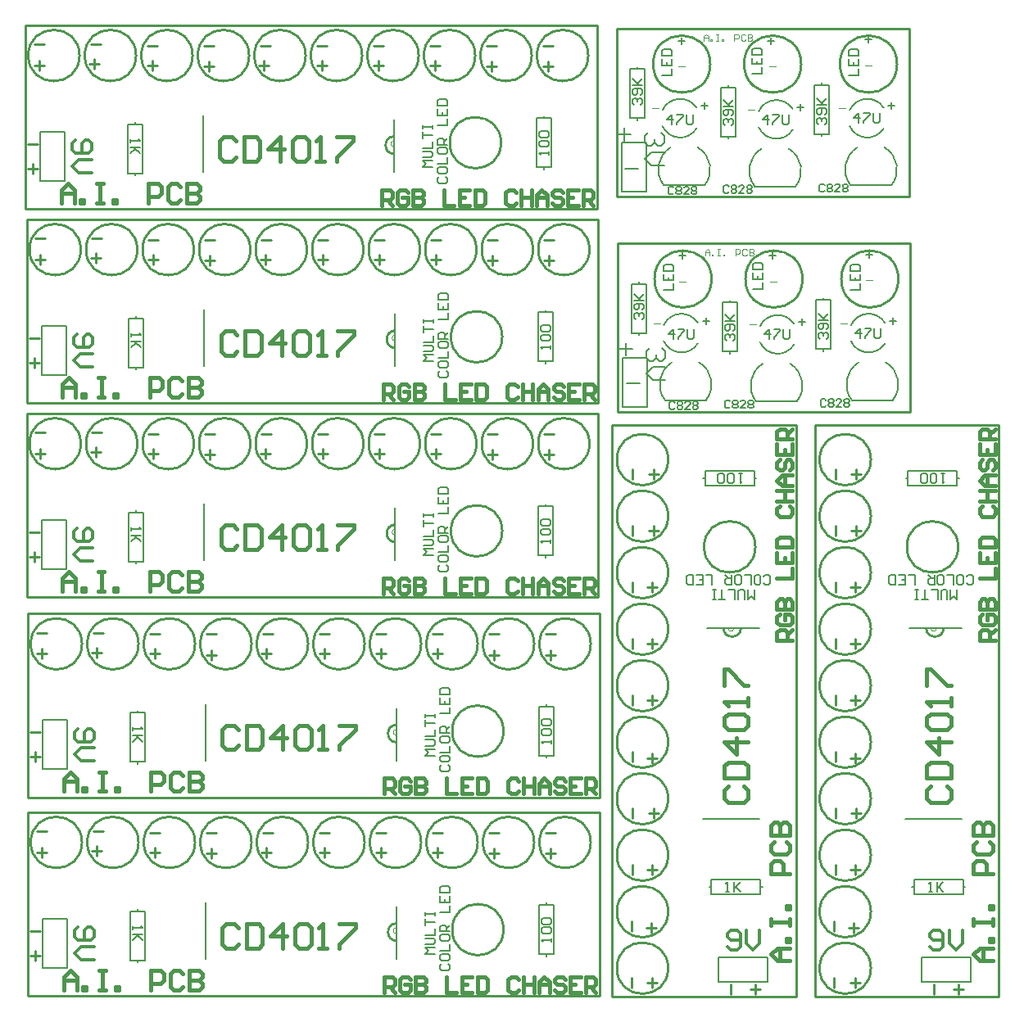
<source format=gto>
G04 Layer_Color=65535*
%FSLAX25Y25*%
%MOIN*%
G70*
G01*
G75*
%ADD32C,0.00800*%
%ADD33C,0.01000*%
%ADD34C,0.00787*%
%ADD35C,0.00000*%
%ADD36C,0.00600*%
%ADD37C,0.00591*%
%ADD38C,0.00394*%
%ADD39C,0.01575*%
%ADD40C,0.01772*%
%ADD41C,0.01181*%
D32*
X340425Y348036D02*
G03*
X337717Y332680I5321J-8855D01*
G01*
X354205Y332663D02*
G03*
X351492Y348048I-7811J6555D01*
G01*
X301425Y347536D02*
G03*
X298717Y332180I5321J-8855D01*
G01*
X315205Y332163D02*
G03*
X312492Y347549I-7811J6555D01*
G01*
X264425Y348036D02*
G03*
X261717Y332680I5321J-8855D01*
G01*
X278205Y332663D02*
G03*
X275492Y348048I-7811J6555D01*
G01*
X264957Y260536D02*
G03*
X262249Y245180I5321J-8855D01*
G01*
X278736Y245163D02*
G03*
X276023Y260548I-7811J6555D01*
G01*
X301957Y260036D02*
G03*
X299249Y244680I5321J-8855D01*
G01*
X315736Y244663D02*
G03*
X313023Y260049I-7811J6555D01*
G01*
X340957Y260536D02*
G03*
X338249Y245180I5321J-8855D01*
G01*
X354736Y245163D02*
G03*
X352023Y260548I-7811J6555D01*
G01*
X337701Y332701D02*
X354236D01*
X298701Y332201D02*
X315236D01*
X261701Y332701D02*
X278236D01*
X262232Y245201D02*
X278768D01*
X299232Y244701D02*
X315768D01*
X338232Y245201D02*
X354768D01*
D33*
X356583Y382000D02*
G03*
X356583Y382000I-11614J0D01*
G01*
X317583D02*
G03*
X317583Y382000I-11614J0D01*
G01*
X280583D02*
G03*
X280583Y382000I-11614J0D01*
G01*
X281114Y294500D02*
G03*
X281114Y294500I-11614J0D01*
G01*
X318114D02*
G03*
X318114Y294500I-11614J0D01*
G01*
X357114D02*
G03*
X357114Y294500I-11614J0D01*
G01*
X345933Y14000D02*
G03*
X345933Y14000I-10433J0D01*
G01*
Y37000D02*
G03*
X345933Y37000I-10433J0D01*
G01*
Y60000D02*
G03*
X345933Y60000I-10433J0D01*
G01*
Y83000D02*
G03*
X345933Y83000I-10433J0D01*
G01*
Y106000D02*
G03*
X345933Y106000I-10433J0D01*
G01*
Y129000D02*
G03*
X345933Y129000I-10433J0D01*
G01*
Y152000D02*
G03*
X345933Y152000I-10433J0D01*
G01*
Y175000D02*
G03*
X345933Y175000I-10433J0D01*
G01*
Y198000D02*
G03*
X345933Y198000I-10433J0D01*
G01*
Y221000D02*
G03*
X345933Y221000I-10433J0D01*
G01*
X381433Y185500D02*
G03*
X381433Y185500I-10433J0D01*
G01*
X372000Y149000D02*
G03*
X375500Y152000I250J3250D01*
G01*
X368500D02*
G03*
X372000Y149000I3250J250D01*
G01*
X263433Y14000D02*
G03*
X263433Y14000I-10433J0D01*
G01*
Y37000D02*
G03*
X263433Y37000I-10433J0D01*
G01*
Y60000D02*
G03*
X263433Y60000I-10433J0D01*
G01*
Y83000D02*
G03*
X263433Y83000I-10433J0D01*
G01*
Y106000D02*
G03*
X263433Y106000I-10433J0D01*
G01*
Y129000D02*
G03*
X263433Y129000I-10433J0D01*
G01*
Y152000D02*
G03*
X263433Y152000I-10433J0D01*
G01*
Y175000D02*
G03*
X263433Y175000I-10433J0D01*
G01*
Y198000D02*
G03*
X263433Y198000I-10433J0D01*
G01*
Y221000D02*
G03*
X263433Y221000I-10433J0D01*
G01*
X298933Y185500D02*
G03*
X298933Y185500I-10433J0D01*
G01*
X289500Y149000D02*
G03*
X293000Y152000I250J3250D01*
G01*
X286000D02*
G03*
X289500Y149000I3250J250D01*
G01*
X24933Y146000D02*
G03*
X24933Y146000I-10433J0D01*
G01*
X47933D02*
G03*
X47933Y146000I-10433J0D01*
G01*
X70933D02*
G03*
X70933Y146000I-10433J0D01*
G01*
X93933D02*
G03*
X93933Y146000I-10433J0D01*
G01*
X116933D02*
G03*
X116933Y146000I-10433J0D01*
G01*
X139933D02*
G03*
X139933Y146000I-10433J0D01*
G01*
X162933D02*
G03*
X162933Y146000I-10433J0D01*
G01*
X185933D02*
G03*
X185933Y146000I-10433J0D01*
G01*
X208933D02*
G03*
X208933Y146000I-10433J0D01*
G01*
X231933D02*
G03*
X231933Y146000I-10433J0D01*
G01*
X196433Y110500D02*
G03*
X196433Y110500I-10433J0D01*
G01*
X149500Y109500D02*
G03*
X152500Y106000I3250J-250D01*
G01*
Y113000D02*
G03*
X149500Y109500I250J-3250D01*
G01*
X24433Y227500D02*
G03*
X24433Y227500I-10433J0D01*
G01*
X47433D02*
G03*
X47433Y227500I-10433J0D01*
G01*
X70433D02*
G03*
X70433Y227500I-10433J0D01*
G01*
X93433D02*
G03*
X93433Y227500I-10433J0D01*
G01*
X116433D02*
G03*
X116433Y227500I-10433J0D01*
G01*
X139433D02*
G03*
X139433Y227500I-10433J0D01*
G01*
X162433D02*
G03*
X162433Y227500I-10433J0D01*
G01*
X185433D02*
G03*
X185433Y227500I-10433J0D01*
G01*
X208433D02*
G03*
X208433Y227500I-10433J0D01*
G01*
X231433D02*
G03*
X231433Y227500I-10433J0D01*
G01*
X195933Y192000D02*
G03*
X195933Y192000I-10433J0D01*
G01*
X149000Y191000D02*
G03*
X152000Y187500I3250J-250D01*
G01*
Y194500D02*
G03*
X149000Y191000I250J-3250D01*
G01*
X24433Y306500D02*
G03*
X24433Y306500I-10433J0D01*
G01*
X47433D02*
G03*
X47433Y306500I-10433J0D01*
G01*
X70433D02*
G03*
X70433Y306500I-10433J0D01*
G01*
X93433D02*
G03*
X93433Y306500I-10433J0D01*
G01*
X116433D02*
G03*
X116433Y306500I-10433J0D01*
G01*
X139433D02*
G03*
X139433Y306500I-10433J0D01*
G01*
X162433D02*
G03*
X162433Y306500I-10433J0D01*
G01*
X185433D02*
G03*
X185433Y306500I-10433J0D01*
G01*
X208433D02*
G03*
X208433Y306500I-10433J0D01*
G01*
X231433D02*
G03*
X231433Y306500I-10433J0D01*
G01*
X195933Y271000D02*
G03*
X195933Y271000I-10433J0D01*
G01*
X149000Y270000D02*
G03*
X152000Y266500I3250J-250D01*
G01*
Y273500D02*
G03*
X149000Y270000I250J-3250D01*
G01*
X23933Y385500D02*
G03*
X23933Y385500I-10433J0D01*
G01*
X46933D02*
G03*
X46933Y385500I-10433J0D01*
G01*
X69933D02*
G03*
X69933Y385500I-10433J0D01*
G01*
X92933D02*
G03*
X92933Y385500I-10433J0D01*
G01*
X115933D02*
G03*
X115933Y385500I-10433J0D01*
G01*
X138933D02*
G03*
X138933Y385500I-10433J0D01*
G01*
X161933D02*
G03*
X161933Y385500I-10433J0D01*
G01*
X184933D02*
G03*
X184933Y385500I-10433J0D01*
G01*
X207933D02*
G03*
X207933Y385500I-10433J0D01*
G01*
X230933D02*
G03*
X230933Y385500I-10433J0D01*
G01*
X195433Y350000D02*
G03*
X195433Y350000I-10433J0D01*
G01*
X148500Y349000D02*
G03*
X151500Y345500I3250J-250D01*
G01*
Y352500D02*
G03*
X148500Y349000I250J-3250D01*
G01*
X152500Y32197D02*
G03*
X149500Y28697I250J-3250D01*
G01*
D02*
G03*
X152500Y25197I3250J-250D01*
G01*
X196433Y29697D02*
G03*
X196433Y29697I-10433J0D01*
G01*
X231933Y65197D02*
G03*
X231933Y65197I-10433J0D01*
G01*
X208933D02*
G03*
X208933Y65197I-10433J0D01*
G01*
X185933D02*
G03*
X185933Y65197I-10433J0D01*
G01*
X162933D02*
G03*
X162933Y65197I-10433J0D01*
G01*
X139933D02*
G03*
X139933Y65197I-10433J0D01*
G01*
X116933D02*
G03*
X116933Y65197I-10433J0D01*
G01*
X93933D02*
G03*
X93933Y65197I-10433J0D01*
G01*
X70933D02*
G03*
X70933Y65197I-10433J0D01*
G01*
X47933D02*
G03*
X47933Y65197I-10433J0D01*
G01*
X24933D02*
G03*
X24933Y65197I-10433J0D01*
G01*
X242469Y328000D02*
X361469D01*
Y396500D01*
X242469D02*
X361469D01*
X242469Y328000D02*
Y396500D01*
X243000Y240500D02*
Y309000D01*
X362000D01*
Y240500D02*
Y309000D01*
X243000Y240500D02*
X362000D01*
X323197Y2500D02*
X398000D01*
X323197D02*
Y235000D01*
X398000D01*
Y2500D02*
Y235000D01*
X240697Y2500D02*
X315500D01*
X240697D02*
Y235000D01*
X315500D01*
Y2500D02*
Y235000D01*
X3000Y83500D02*
Y158303D01*
X235500D01*
Y83500D02*
Y158303D01*
X3000Y83500D02*
X235500D01*
X2500Y165000D02*
Y239803D01*
X235000D01*
Y165000D02*
Y239803D01*
X2500Y165000D02*
X235000D01*
X2500Y244000D02*
Y318803D01*
X235000D01*
Y244000D02*
Y318803D01*
X2500Y244000D02*
X235000D01*
X2000Y323000D02*
Y397803D01*
X234500D01*
Y323000D02*
Y397803D01*
X2000Y323000D02*
X234500D01*
X3000Y2697D02*
X235500D01*
Y77500D01*
X3000D02*
X235500D01*
X3000Y2697D02*
Y77500D01*
X339501Y6000D02*
Y9999D01*
X337502Y7999D02*
X341500D01*
X339001Y28500D02*
Y32499D01*
X337002Y30499D02*
X341000D01*
X339501Y52000D02*
Y55999D01*
X337502Y53999D02*
X341500D01*
X340001Y75000D02*
Y78999D01*
X338002Y76999D02*
X342000D01*
X339501Y97500D02*
Y101499D01*
X337502Y99499D02*
X341500D01*
X339501Y121000D02*
Y124999D01*
X337502Y122999D02*
X341500D01*
X339501Y144000D02*
Y147999D01*
X337502Y145999D02*
X341500D01*
X339501Y167000D02*
Y170999D01*
X337502Y168999D02*
X341500D01*
X340001Y190000D02*
Y193999D01*
X338002Y191999D02*
X342000D01*
X340001Y213000D02*
Y216999D01*
X338002Y214999D02*
X342000D01*
X381501Y3500D02*
Y7499D01*
X379502Y5499D02*
X383500D01*
X331001Y6000D02*
Y9999D01*
Y29000D02*
Y32999D01*
X331501Y52000D02*
Y55999D01*
Y75000D02*
Y78999D01*
Y98000D02*
Y101999D01*
Y121000D02*
Y124999D01*
Y144000D02*
Y147999D01*
Y167000D02*
Y170999D01*
Y190000D02*
Y193999D01*
Y213000D02*
Y216999D01*
X371501Y3500D02*
Y7499D01*
X257001Y6000D02*
Y9999D01*
X255002Y7999D02*
X259000D01*
X256501Y28500D02*
Y32499D01*
X254502Y30499D02*
X258500D01*
X257001Y52000D02*
Y55999D01*
X255002Y53999D02*
X259000D01*
X257501Y75000D02*
Y78999D01*
X255502Y76999D02*
X259500D01*
X257001Y97500D02*
Y101499D01*
X255002Y99499D02*
X259000D01*
X257001Y121000D02*
Y124999D01*
X255002Y122999D02*
X259000D01*
X257001Y144000D02*
Y147999D01*
X255002Y145999D02*
X259000D01*
X257001Y167000D02*
Y170999D01*
X255002Y168999D02*
X259000D01*
X257501Y190000D02*
Y193999D01*
X255502Y191999D02*
X259500D01*
X257501Y213000D02*
Y216999D01*
X255502Y214999D02*
X259500D01*
X299001Y3500D02*
Y7499D01*
X297002Y5499D02*
X301000D01*
X248501Y6000D02*
Y9999D01*
Y29000D02*
Y32999D01*
X249001Y52000D02*
Y55999D01*
Y75000D02*
Y78999D01*
Y98000D02*
Y101999D01*
Y121000D02*
Y124999D01*
Y144000D02*
Y147999D01*
Y167000D02*
Y170999D01*
Y190000D02*
Y193999D01*
Y213000D02*
Y216999D01*
X289001Y3500D02*
Y7499D01*
X6500Y141999D02*
X10499D01*
X8499Y143998D02*
Y140000D01*
X29000Y142499D02*
X32999D01*
X30999Y144498D02*
Y140500D01*
X52500Y141999D02*
X56499D01*
X54499Y143998D02*
Y140000D01*
X75500Y141499D02*
X79499D01*
X77499Y143498D02*
Y139500D01*
X98000Y141999D02*
X101999D01*
X99999Y143998D02*
Y140000D01*
X121500Y141999D02*
X125499D01*
X123499Y143998D02*
Y140000D01*
X144500Y141999D02*
X148499D01*
X146499Y143998D02*
Y140000D01*
X167500Y141999D02*
X171499D01*
X169499Y143998D02*
Y140000D01*
X190500Y141499D02*
X194499D01*
X192499Y143498D02*
Y139500D01*
X213500Y141499D02*
X217499D01*
X215499Y143498D02*
Y139500D01*
X4000Y99999D02*
X7999D01*
X5999Y101998D02*
Y98000D01*
X6500Y150499D02*
X10499D01*
X29500D02*
X33499D01*
X52500Y149999D02*
X56499D01*
X75500D02*
X79499D01*
X98500D02*
X102499D01*
X121500D02*
X125499D01*
X144500D02*
X148499D01*
X167500D02*
X171499D01*
X190500D02*
X194499D01*
X213500D02*
X217499D01*
X4000Y109999D02*
X7999D01*
X6000Y223499D02*
X9999D01*
X7999Y225498D02*
Y221500D01*
X28500Y223999D02*
X32499D01*
X30499Y225998D02*
Y222000D01*
X52000Y223499D02*
X55999D01*
X53999Y225498D02*
Y221500D01*
X75000Y222999D02*
X78999D01*
X76999Y224998D02*
Y221000D01*
X97500Y223499D02*
X101499D01*
X99499Y225498D02*
Y221500D01*
X121000Y223499D02*
X124999D01*
X122999Y225498D02*
Y221500D01*
X144000Y223499D02*
X147999D01*
X145999Y225498D02*
Y221500D01*
X167000Y223499D02*
X170999D01*
X168999Y225498D02*
Y221500D01*
X190000Y222999D02*
X193999D01*
X191999Y224998D02*
Y221000D01*
X213000Y222999D02*
X216999D01*
X214999Y224998D02*
Y221000D01*
X3500Y181499D02*
X7499D01*
X5499Y183498D02*
Y179500D01*
X6000Y231999D02*
X9999D01*
X29000D02*
X32999D01*
X52000Y231499D02*
X55999D01*
X75000D02*
X78999D01*
X98000D02*
X101999D01*
X121000D02*
X124999D01*
X144000D02*
X147999D01*
X167000D02*
X170999D01*
X190000D02*
X193999D01*
X213000D02*
X216999D01*
X3500Y191499D02*
X7499D01*
X6000Y302499D02*
X9999D01*
X7999Y304498D02*
Y300500D01*
X28500Y302999D02*
X32499D01*
X30499Y304998D02*
Y301000D01*
X52000Y302499D02*
X55999D01*
X53999Y304498D02*
Y300500D01*
X75000Y301999D02*
X78999D01*
X76999Y303998D02*
Y300000D01*
X97500Y302499D02*
X101499D01*
X99499Y304498D02*
Y300500D01*
X121000Y302499D02*
X124999D01*
X122999Y304498D02*
Y300500D01*
X144000Y302499D02*
X147999D01*
X145999Y304498D02*
Y300500D01*
X167000Y302499D02*
X170999D01*
X168999Y304498D02*
Y300500D01*
X190000Y301999D02*
X193999D01*
X191999Y303998D02*
Y300000D01*
X213000Y301999D02*
X216999D01*
X214999Y303998D02*
Y300000D01*
X3500Y260499D02*
X7499D01*
X5499Y262498D02*
Y258500D01*
X6000Y310999D02*
X9999D01*
X29000D02*
X32999D01*
X52000Y310499D02*
X55999D01*
X75000D02*
X78999D01*
X98000D02*
X101999D01*
X121000D02*
X124999D01*
X144000D02*
X147999D01*
X167000D02*
X170999D01*
X190000D02*
X193999D01*
X213000D02*
X216999D01*
X3500Y270499D02*
X7499D01*
X5500Y381499D02*
X9499D01*
X7499Y383498D02*
Y379500D01*
X28000Y381999D02*
X31999D01*
X29999Y383998D02*
Y380000D01*
X51500Y381499D02*
X55499D01*
X53499Y383498D02*
Y379500D01*
X74500Y380999D02*
X78499D01*
X76499Y382998D02*
Y379000D01*
X97000Y381499D02*
X100999D01*
X98999Y383498D02*
Y379500D01*
X120500Y381499D02*
X124499D01*
X122499Y383498D02*
Y379500D01*
X143500Y381499D02*
X147499D01*
X145499Y383498D02*
Y379500D01*
X166500Y381499D02*
X170499D01*
X168499Y383498D02*
Y379500D01*
X189500Y380999D02*
X193499D01*
X191499Y382998D02*
Y379000D01*
X212500Y380999D02*
X216499D01*
X214499Y382998D02*
Y379000D01*
X3000Y339499D02*
X6999D01*
X4999Y341498D02*
Y337500D01*
X5500Y389999D02*
X9499D01*
X28500D02*
X32499D01*
X51500Y389499D02*
X55499D01*
X74500D02*
X78499D01*
X97500D02*
X101499D01*
X120500D02*
X124499D01*
X143500D02*
X147499D01*
X166500D02*
X170499D01*
X189500D02*
X193499D01*
X212500D02*
X216499D01*
X3000Y349499D02*
X6999D01*
X4000Y29196D02*
X7999D01*
X213500Y69196D02*
X217499D01*
X190500D02*
X194499D01*
X167500D02*
X171499D01*
X144500D02*
X148499D01*
X121500D02*
X125499D01*
X98500D02*
X102499D01*
X75500D02*
X79499D01*
X52500D02*
X56499D01*
X29500Y69696D02*
X33499D01*
X6500D02*
X10499D01*
X4000Y19196D02*
X7999D01*
X5999Y21195D02*
Y17197D01*
X213500Y60696D02*
X217499D01*
X215499Y62695D02*
Y58697D01*
X190500Y60696D02*
X194499D01*
X192499Y62695D02*
Y58697D01*
X167500Y61196D02*
X171499D01*
X169499Y63195D02*
Y59197D01*
X144500Y61196D02*
X148499D01*
X146499Y63195D02*
Y59197D01*
X121500Y61196D02*
X125499D01*
X123499Y63195D02*
Y59197D01*
X98000Y61196D02*
X101999D01*
X99999Y63195D02*
Y59197D01*
X75500Y60696D02*
X79499D01*
X77499Y62695D02*
Y58697D01*
X52500Y61196D02*
X56499D01*
X54499Y63195D02*
Y59197D01*
X29000Y61696D02*
X32999D01*
X30999Y63695D02*
Y59697D01*
X6500Y61196D02*
X10499D01*
X8499Y63195D02*
Y59197D01*
D34*
X337308Y356726D02*
G03*
X351108Y355768I7161J3274D01*
G01*
Y364232D02*
G03*
X337308Y363274I-6640J-4232D01*
G01*
X300307Y356226D02*
G03*
X314108Y355268I7161J3274D01*
G01*
Y363732D02*
G03*
X300307Y362774I-6640J-4232D01*
G01*
X261150Y356726D02*
G03*
X274951Y355768I7161J3274D01*
G01*
Y364232D02*
G03*
X261150Y363274I-6640J-4232D01*
G01*
X261682Y269226D02*
G03*
X275482Y268268I7161J3274D01*
G01*
Y276732D02*
G03*
X261682Y275774I-6640J-4232D01*
G01*
X300839Y268726D02*
G03*
X314640Y267768I7161J3274D01*
G01*
Y276232D02*
G03*
X300839Y275274I-6640J-4232D01*
G01*
X337839Y269226D02*
G03*
X351640Y268268I7161J3274D01*
G01*
Y276732D02*
G03*
X337839Y275774I-6640J-4232D01*
G01*
X322969Y373500D02*
X325969D01*
X322969Y353500D02*
Y373500D01*
Y353500D02*
X328969D01*
Y373500D01*
X325969D02*
X328969D01*
X325969Y352600D02*
Y353500D01*
Y373500D02*
Y374400D01*
X284968Y372500D02*
X287968D01*
X284968Y352500D02*
Y372500D01*
Y352500D02*
X290968D01*
Y372500D01*
X287968D02*
X290968D01*
X287968Y351600D02*
Y352500D01*
Y372500D02*
Y373400D01*
X247969Y380000D02*
X250969D01*
X247969Y360000D02*
Y380000D01*
Y360000D02*
X253969D01*
Y380000D01*
X250969D02*
X253969D01*
X250969Y359100D02*
Y360000D01*
Y380000D02*
Y380900D01*
X244468Y330000D02*
X254468D01*
X244468D02*
Y350000D01*
X254468D01*
Y330000D02*
Y350000D01*
X245000Y242500D02*
X255000D01*
X245000D02*
Y262500D01*
X255000D01*
Y242500D02*
Y262500D01*
X248500Y292500D02*
X251500D01*
X248500Y272500D02*
Y292500D01*
Y272500D02*
X254500D01*
Y292500D01*
X251500D02*
X254500D01*
X251500Y271600D02*
Y272500D01*
Y292500D02*
Y293400D01*
X285500Y285000D02*
X288500D01*
X285500Y265000D02*
Y285000D01*
Y265000D02*
X291500D01*
Y285000D01*
X288500D02*
X291500D01*
X288500Y264100D02*
Y265000D01*
Y285000D02*
Y285900D01*
X323500Y286000D02*
X326500D01*
X323500Y266000D02*
Y286000D01*
Y266000D02*
X329500D01*
Y286000D01*
X326500D02*
X329500D01*
X326500Y265100D02*
Y266000D01*
Y286000D02*
Y286900D01*
X383500Y47000D02*
Y50000D01*
X363500D02*
X383500D01*
X363500Y44000D02*
Y50000D01*
Y44000D02*
X383500D01*
Y47000D01*
X362600D02*
X363500D01*
X383500D02*
X384400D01*
X361000Y210500D02*
Y213500D01*
Y210500D02*
X381000D01*
Y216500D01*
X361000D02*
X381000D01*
X361000Y213500D02*
Y216500D01*
X381000Y213500D02*
X381900D01*
X360100D02*
X361000D01*
X366500Y8500D02*
Y18500D01*
X386500D01*
Y8500D02*
Y18500D01*
X366500Y8500D02*
X386500D01*
X301000Y47000D02*
Y50000D01*
X281000D02*
X301000D01*
X281000Y44000D02*
Y50000D01*
Y44000D02*
X301000D01*
Y47000D01*
X280100D02*
X281000D01*
X301000D02*
X301900D01*
X278500Y210500D02*
Y213500D01*
Y210500D02*
X298500D01*
Y216500D01*
X278500D02*
X298500D01*
X278500Y213500D02*
Y216500D01*
X298500Y213500D02*
X299400D01*
X277600D02*
X278500D01*
X284000Y8500D02*
Y18500D01*
X304000D01*
Y8500D02*
Y18500D01*
X284000Y8500D02*
X304000D01*
X47500Y98000D02*
X50500D01*
Y118000D01*
X44500D02*
X50500D01*
X44500Y98000D02*
Y118000D01*
Y98000D02*
X47500D01*
Y118000D02*
Y118900D01*
Y97100D02*
Y98000D01*
X211000Y120500D02*
X214000D01*
X211000Y100500D02*
Y120500D01*
Y100500D02*
X217000D01*
Y120500D01*
X214000D02*
X217000D01*
X214000Y99600D02*
Y100500D01*
Y120500D02*
Y121400D01*
X9000Y115000D02*
X19000D01*
Y95000D02*
Y115000D01*
X9000Y95000D02*
X19000D01*
X9000D02*
Y115000D01*
X47000Y179500D02*
X50000D01*
Y199500D01*
X44000D02*
X50000D01*
X44000Y179500D02*
Y199500D01*
Y179500D02*
X47000D01*
Y199500D02*
Y200400D01*
Y178600D02*
Y179500D01*
X210500Y202000D02*
X213500D01*
X210500Y182000D02*
Y202000D01*
Y182000D02*
X216500D01*
Y202000D01*
X213500D02*
X216500D01*
X213500Y181100D02*
Y182000D01*
Y202000D02*
Y202900D01*
X8500Y196500D02*
X18500D01*
Y176500D02*
Y196500D01*
X8500Y176500D02*
X18500D01*
X8500D02*
Y196500D01*
X47000Y258500D02*
X50000D01*
Y278500D01*
X44000D02*
X50000D01*
X44000Y258500D02*
Y278500D01*
Y258500D02*
X47000D01*
Y278500D02*
Y279400D01*
Y257600D02*
Y258500D01*
X210500Y281000D02*
X213500D01*
X210500Y261000D02*
Y281000D01*
Y261000D02*
X216500D01*
Y281000D01*
X213500D02*
X216500D01*
X213500Y260100D02*
Y261000D01*
Y281000D02*
Y281900D01*
X8500Y275500D02*
X18500D01*
Y255500D02*
Y275500D01*
X8500Y255500D02*
X18500D01*
X8500D02*
Y275500D01*
X46500Y337500D02*
X49500D01*
Y357500D01*
X43500D02*
X49500D01*
X43500Y337500D02*
Y357500D01*
Y337500D02*
X46500D01*
Y357500D02*
Y358400D01*
Y336600D02*
Y337500D01*
X210000Y360000D02*
X213000D01*
X210000Y340000D02*
Y360000D01*
Y340000D02*
X216000D01*
Y360000D01*
X213000D02*
X216000D01*
X213000Y339100D02*
Y340000D01*
Y360000D02*
Y360900D01*
X8000Y354500D02*
X18000D01*
Y334500D02*
Y354500D01*
X8000Y334500D02*
X18000D01*
X8000D02*
Y354500D01*
X211000Y39697D02*
X214000D01*
X211000Y19697D02*
Y39697D01*
Y19697D02*
X217000D01*
Y39697D01*
X214000D02*
X217000D01*
X214000Y18797D02*
Y19697D01*
Y39697D02*
Y40597D01*
X47500Y17197D02*
X50500D01*
Y37197D01*
X44500D02*
X50500D01*
X44500Y17197D02*
Y37197D01*
Y17197D02*
X47500D01*
Y37197D02*
Y38097D01*
Y16297D02*
Y17197D01*
X9000Y34197D02*
X19000D01*
Y14197D02*
Y34197D01*
X9000Y14197D02*
X19000D01*
X9000D02*
Y34197D01*
X260528Y354000D02*
X261840Y352688D01*
Y350064D01*
X260528Y348752D01*
X259216D01*
X257904Y350064D01*
Y351376D01*
Y350064D01*
X256592Y348752D01*
X255280D01*
X253969Y350064D01*
Y352688D01*
X255280Y354000D01*
X261840Y346129D02*
X256592D01*
X253969Y343505D01*
X256592Y340881D01*
X261840D01*
X242969Y353436D02*
X248216D01*
X245592Y356060D02*
Y350812D01*
X245969Y339436D02*
X251216D01*
X265599Y331624D02*
X265074Y332149D01*
X264025D01*
X263500Y331624D01*
Y329525D01*
X264025Y329000D01*
X265074D01*
X265599Y329525D01*
X266649Y331624D02*
X267173Y332149D01*
X268223D01*
X268748Y331624D01*
Y331099D01*
X268223Y330574D01*
X268748Y330049D01*
Y329525D01*
X268223Y329000D01*
X267173D01*
X266649Y329525D01*
Y330049D01*
X267173Y330574D01*
X266649Y331099D01*
Y331624D01*
X267173Y330574D02*
X268223D01*
X271896Y329000D02*
X269797D01*
X271896Y331099D01*
Y331624D01*
X271372Y332149D01*
X270322D01*
X269797Y331624D01*
X272946D02*
X273470Y332149D01*
X274520D01*
X275045Y331624D01*
Y331099D01*
X274520Y330574D01*
X275045Y330049D01*
Y329525D01*
X274520Y329000D01*
X273470D01*
X272946Y329525D01*
Y330049D01*
X273470Y330574D01*
X272946Y331099D01*
Y331624D01*
X273470Y330574D02*
X274520D01*
X288099Y332124D02*
X287574Y332649D01*
X286525D01*
X286000Y332124D01*
Y330025D01*
X286525Y329500D01*
X287574D01*
X288099Y330025D01*
X289149Y332124D02*
X289673Y332649D01*
X290723D01*
X291248Y332124D01*
Y331599D01*
X290723Y331074D01*
X291248Y330550D01*
Y330025D01*
X290723Y329500D01*
X289673D01*
X289149Y330025D01*
Y330550D01*
X289673Y331074D01*
X289149Y331599D01*
Y332124D01*
X289673Y331074D02*
X290723D01*
X294396Y329500D02*
X292297D01*
X294396Y331599D01*
Y332124D01*
X293871Y332649D01*
X292822D01*
X292297Y332124D01*
X295446D02*
X295971Y332649D01*
X297020D01*
X297545Y332124D01*
Y331599D01*
X297020Y331074D01*
X297545Y330550D01*
Y330025D01*
X297020Y329500D01*
X295971D01*
X295446Y330025D01*
Y330550D01*
X295971Y331074D01*
X295446Y331599D01*
Y332124D01*
X295971Y331074D02*
X297020D01*
X327099Y332624D02*
X326574Y333149D01*
X325525D01*
X325000Y332624D01*
Y330525D01*
X325525Y330000D01*
X326574D01*
X327099Y330525D01*
X328149Y332624D02*
X328673Y333149D01*
X329723D01*
X330248Y332624D01*
Y332099D01*
X329723Y331574D01*
X330248Y331049D01*
Y330525D01*
X329723Y330000D01*
X328673D01*
X328149Y330525D01*
Y331049D01*
X328673Y331574D01*
X328149Y332099D01*
Y332624D01*
X328673Y331574D02*
X329723D01*
X333396Y330000D02*
X331297D01*
X333396Y332099D01*
Y332624D01*
X332872Y333149D01*
X331822D01*
X331297Y332624D01*
X334446D02*
X334970Y333149D01*
X336020D01*
X336545Y332624D01*
Y332099D01*
X336020Y331574D01*
X336545Y331049D01*
Y330525D01*
X336020Y330000D01*
X334970D01*
X334446Y330525D01*
Y331049D01*
X334970Y331574D01*
X334446Y332099D01*
Y332624D01*
X334970Y331574D02*
X336020D01*
X327631Y245124D02*
X327106Y245649D01*
X326056D01*
X325532Y245124D01*
Y243025D01*
X326056Y242500D01*
X327106D01*
X327631Y243025D01*
X328680Y245124D02*
X329205Y245649D01*
X330254D01*
X330779Y245124D01*
Y244599D01*
X330254Y244074D01*
X330779Y243549D01*
Y243025D01*
X330254Y242500D01*
X329205D01*
X328680Y243025D01*
Y243549D01*
X329205Y244074D01*
X328680Y244599D01*
Y245124D01*
X329205Y244074D02*
X330254D01*
X333928Y242500D02*
X331829D01*
X333928Y244599D01*
Y245124D01*
X333403Y245649D01*
X332353D01*
X331829Y245124D01*
X334977D02*
X335502Y245649D01*
X336552D01*
X337076Y245124D01*
Y244599D01*
X336552Y244074D01*
X337076Y243549D01*
Y243025D01*
X336552Y242500D01*
X335502D01*
X334977Y243025D01*
Y243549D01*
X335502Y244074D01*
X334977Y244599D01*
Y245124D01*
X335502Y244074D02*
X336552D01*
X288631Y244624D02*
X288106Y245149D01*
X287056D01*
X286531Y244624D01*
Y242525D01*
X287056Y242000D01*
X288106D01*
X288631Y242525D01*
X289680Y244624D02*
X290205Y245149D01*
X291254D01*
X291779Y244624D01*
Y244099D01*
X291254Y243574D01*
X291779Y243050D01*
Y242525D01*
X291254Y242000D01*
X290205D01*
X289680Y242525D01*
Y243050D01*
X290205Y243574D01*
X289680Y244099D01*
Y244624D01*
X290205Y243574D02*
X291254D01*
X294928Y242000D02*
X292829D01*
X294928Y244099D01*
Y244624D01*
X294403Y245149D01*
X293354D01*
X292829Y244624D01*
X295977D02*
X296502Y245149D01*
X297552D01*
X298076Y244624D01*
Y244099D01*
X297552Y243574D01*
X298076Y243050D01*
Y242525D01*
X297552Y242000D01*
X296502D01*
X295977Y242525D01*
Y243050D01*
X296502Y243574D01*
X295977Y244099D01*
Y244624D01*
X296502Y243574D02*
X297552D01*
X266131Y244124D02*
X265606Y244649D01*
X264556D01*
X264032Y244124D01*
Y242025D01*
X264556Y241500D01*
X265606D01*
X266131Y242025D01*
X267180Y244124D02*
X267705Y244649D01*
X268754D01*
X269279Y244124D01*
Y243599D01*
X268754Y243074D01*
X269279Y242549D01*
Y242025D01*
X268754Y241500D01*
X267705D01*
X267180Y242025D01*
Y242549D01*
X267705Y243074D01*
X267180Y243599D01*
Y244124D01*
X267705Y243074D02*
X268754D01*
X272428Y241500D02*
X270329D01*
X272428Y243599D01*
Y244124D01*
X271903Y244649D01*
X270853D01*
X270329Y244124D01*
X273477D02*
X274002Y244649D01*
X275052D01*
X275576Y244124D01*
Y243599D01*
X275052Y243074D01*
X275576Y242549D01*
Y242025D01*
X275052Y241500D01*
X274002D01*
X273477Y242025D01*
Y242549D01*
X274002Y243074D01*
X273477Y243599D01*
Y244124D01*
X274002Y243074D02*
X275052D01*
X246500Y251936D02*
X251748D01*
X243500Y265936D02*
X248748D01*
X246124Y268560D02*
Y263312D01*
X261060Y266500D02*
X262371Y265188D01*
Y262564D01*
X261060Y261252D01*
X259748D01*
X258436Y262564D01*
Y263876D01*
Y262564D01*
X257124Y261252D01*
X255812D01*
X254500Y262564D01*
Y265188D01*
X255812Y266500D01*
X262371Y258629D02*
X257124D01*
X254500Y256005D01*
X257124Y253381D01*
X262371D01*
X369500Y45000D02*
X370812D01*
X370156D01*
Y48936D01*
X369500Y48280D01*
X372780Y48936D02*
Y45000D01*
Y46312D01*
X375404Y48936D01*
X373436Y46968D01*
X375404Y45000D01*
X376000Y215500D02*
X374688D01*
X375344D01*
Y211564D01*
X376000Y212220D01*
X372720D02*
X372064Y211564D01*
X370752D01*
X370096Y212220D01*
Y214844D01*
X370752Y215500D01*
X372064D01*
X372720Y214844D01*
Y212220D01*
X368784D02*
X368128Y211564D01*
X366817D01*
X366161Y212220D01*
Y214844D01*
X366817Y215500D01*
X368128D01*
X368784Y214844D01*
Y212220D01*
X384876Y170720D02*
X385532Y170064D01*
X386844D01*
X387500Y170720D01*
Y173344D01*
X386844Y174000D01*
X385532D01*
X384876Y173344D01*
X381596Y170064D02*
X382908D01*
X383564Y170720D01*
Y173344D01*
X382908Y174000D01*
X381596D01*
X380940Y173344D01*
Y170720D01*
X381596Y170064D01*
X379628D02*
Y174000D01*
X377005D01*
X373725Y170064D02*
X375037D01*
X375693Y170720D01*
Y173344D01*
X375037Y174000D01*
X373725D01*
X373069Y173344D01*
Y170720D01*
X373725Y170064D01*
X371757Y174000D02*
Y170064D01*
X369789D01*
X369133Y170720D01*
Y172032D01*
X369789Y172688D01*
X371757D01*
X370445D02*
X369133Y174000D01*
X363886Y170064D02*
Y174000D01*
X361262D01*
X357326Y170064D02*
X359950D01*
Y174000D01*
X357326D01*
X359950Y172032D02*
X358638D01*
X356014Y170064D02*
Y174000D01*
X354046D01*
X353390Y173344D01*
Y170720D01*
X354046Y170064D01*
X356014D01*
X381000Y168000D02*
Y164064D01*
X379688Y165376D01*
X378376Y164064D01*
Y168000D01*
X377064Y164064D02*
Y167344D01*
X376408Y168000D01*
X375096D01*
X374440Y167344D01*
Y164064D01*
X373129D02*
Y168000D01*
X370505D01*
X369193Y164064D02*
X366569D01*
X367881D01*
Y168000D01*
X365257Y164064D02*
X363945D01*
X364601D01*
Y168000D01*
X365257D01*
X363945D01*
X287000Y45000D02*
X288312D01*
X287656D01*
Y48936D01*
X287000Y48280D01*
X290280Y48936D02*
Y45000D01*
Y46312D01*
X292904Y48936D01*
X290936Y46968D01*
X292904Y45000D01*
X293500Y215500D02*
X292188D01*
X292844D01*
Y211564D01*
X293500Y212220D01*
X290220D02*
X289564Y211564D01*
X288252D01*
X287596Y212220D01*
Y214844D01*
X288252Y215500D01*
X289564D01*
X290220Y214844D01*
Y212220D01*
X286284D02*
X285629Y211564D01*
X284317D01*
X283661Y212220D01*
Y214844D01*
X284317Y215500D01*
X285629D01*
X286284Y214844D01*
Y212220D01*
X302376Y170720D02*
X303032Y170064D01*
X304344D01*
X305000Y170720D01*
Y173344D01*
X304344Y174000D01*
X303032D01*
X302376Y173344D01*
X299096Y170064D02*
X300408D01*
X301064Y170720D01*
Y173344D01*
X300408Y174000D01*
X299096D01*
X298440Y173344D01*
Y170720D01*
X299096Y170064D01*
X297129D02*
Y174000D01*
X294505D01*
X291225Y170064D02*
X292537D01*
X293193Y170720D01*
Y173344D01*
X292537Y174000D01*
X291225D01*
X290569Y173344D01*
Y170720D01*
X291225Y170064D01*
X289257Y174000D02*
Y170064D01*
X287289D01*
X286633Y170720D01*
Y172032D01*
X287289Y172688D01*
X289257D01*
X287945D02*
X286633Y174000D01*
X281386Y170064D02*
Y174000D01*
X278762D01*
X274826Y170064D02*
X277450D01*
Y174000D01*
X274826D01*
X277450Y172032D02*
X276138D01*
X273514Y170064D02*
Y174000D01*
X271546D01*
X270890Y173344D01*
Y170720D01*
X271546Y170064D01*
X273514D01*
X298500Y168000D02*
Y164064D01*
X297188Y165376D01*
X295876Y164064D01*
Y168000D01*
X294564Y164064D02*
Y167344D01*
X293908Y168000D01*
X292596D01*
X291940Y167344D01*
Y164064D01*
X290629D02*
Y168000D01*
X288005D01*
X286693Y164064D02*
X284069D01*
X285381D01*
Y168000D01*
X282757Y164064D02*
X281445D01*
X282101D01*
Y168000D01*
X282757D01*
X281445D01*
X45500Y112000D02*
Y110688D01*
Y111344D01*
X49436D01*
X48780Y112000D01*
X49436Y108720D02*
X45500D01*
X46812D01*
X49436Y106096D01*
X47468Y108064D01*
X45500Y106096D01*
X216000Y105500D02*
Y106812D01*
Y106156D01*
X212064D01*
X212720Y105500D01*
Y108780D02*
X212064Y109436D01*
Y110748D01*
X212720Y111404D01*
X215344D01*
X216000Y110748D01*
Y109436D01*
X215344Y108780D01*
X212720D01*
Y112715D02*
X212064Y113372D01*
Y114683D01*
X212720Y115339D01*
X215344D01*
X216000Y114683D01*
Y113372D01*
X215344Y112715D01*
X212720D01*
X171220Y96624D02*
X170564Y95968D01*
Y94656D01*
X171220Y94000D01*
X173844D01*
X174500Y94656D01*
Y95968D01*
X173844Y96624D01*
X170564Y99904D02*
Y98592D01*
X171220Y97936D01*
X173844D01*
X174500Y98592D01*
Y99904D01*
X173844Y100560D01*
X171220D01*
X170564Y99904D01*
Y101872D02*
X174500D01*
Y104495D01*
X170564Y107775D02*
Y106463D01*
X171220Y105807D01*
X173844D01*
X174500Y106463D01*
Y107775D01*
X173844Y108431D01*
X171220D01*
X170564Y107775D01*
X174500Y109743D02*
X170564D01*
Y111711D01*
X171220Y112367D01*
X172532D01*
X173188Y111711D01*
Y109743D01*
Y111055D02*
X174500Y112367D01*
X170564Y117614D02*
X174500D01*
Y120238D01*
X170564Y124174D02*
Y121550D01*
X174500D01*
Y124174D01*
X172532Y121550D02*
Y122862D01*
X170564Y125486D02*
X174500D01*
Y127454D01*
X173844Y128110D01*
X171220D01*
X170564Y127454D01*
Y125486D01*
X168500Y100500D02*
X164564D01*
X165876Y101812D01*
X164564Y103124D01*
X168500D01*
X164564Y104436D02*
X167844D01*
X168500Y105092D01*
Y106404D01*
X167844Y107060D01*
X164564D01*
Y108371D02*
X168500D01*
Y110995D01*
X164564Y112307D02*
Y114931D01*
Y113619D01*
X168500D01*
X164564Y116243D02*
Y117555D01*
Y116899D01*
X168500D01*
Y116243D01*
Y117555D01*
X45000Y193500D02*
Y192188D01*
Y192844D01*
X48936D01*
X48280Y193500D01*
X48936Y190220D02*
X45000D01*
X46312D01*
X48936Y187596D01*
X46968Y189564D01*
X45000Y187596D01*
X215500Y187000D02*
Y188312D01*
Y187656D01*
X211564D01*
X212220Y187000D01*
Y190280D02*
X211564Y190936D01*
Y192248D01*
X212220Y192904D01*
X214844D01*
X215500Y192248D01*
Y190936D01*
X214844Y190280D01*
X212220D01*
Y194216D02*
X211564Y194871D01*
Y196183D01*
X212220Y196839D01*
X214844D01*
X215500Y196183D01*
Y194871D01*
X214844Y194216D01*
X212220D01*
X170720Y178124D02*
X170064Y177468D01*
Y176156D01*
X170720Y175500D01*
X173344D01*
X174000Y176156D01*
Y177468D01*
X173344Y178124D01*
X170064Y181404D02*
Y180092D01*
X170720Y179436D01*
X173344D01*
X174000Y180092D01*
Y181404D01*
X173344Y182060D01*
X170720D01*
X170064Y181404D01*
Y183371D02*
X174000D01*
Y185995D01*
X170064Y189275D02*
Y187963D01*
X170720Y187307D01*
X173344D01*
X174000Y187963D01*
Y189275D01*
X173344Y189931D01*
X170720D01*
X170064Y189275D01*
X174000Y191243D02*
X170064D01*
Y193211D01*
X170720Y193867D01*
X172032D01*
X172688Y193211D01*
Y191243D01*
Y192555D02*
X174000Y193867D01*
X170064Y199114D02*
X174000D01*
Y201738D01*
X170064Y205674D02*
Y203050D01*
X174000D01*
Y205674D01*
X172032Y203050D02*
Y204362D01*
X170064Y206986D02*
X174000D01*
Y208954D01*
X173344Y209610D01*
X170720D01*
X170064Y208954D01*
Y206986D01*
X168000Y182000D02*
X164064D01*
X165376Y183312D01*
X164064Y184624D01*
X168000D01*
X164064Y185936D02*
X167344D01*
X168000Y186592D01*
Y187904D01*
X167344Y188560D01*
X164064D01*
Y189872D02*
X168000D01*
Y192495D01*
X164064Y193807D02*
Y196431D01*
Y195119D01*
X168000D01*
X164064Y197743D02*
Y199055D01*
Y198399D01*
X168000D01*
Y197743D01*
Y199055D01*
X45000Y272500D02*
Y271188D01*
Y271844D01*
X48936D01*
X48280Y272500D01*
X48936Y269220D02*
X45000D01*
X46312D01*
X48936Y266596D01*
X46968Y268564D01*
X45000Y266596D01*
X215500Y266000D02*
Y267312D01*
Y266656D01*
X211564D01*
X212220Y266000D01*
Y269280D02*
X211564Y269936D01*
Y271248D01*
X212220Y271904D01*
X214844D01*
X215500Y271248D01*
Y269936D01*
X214844Y269280D01*
X212220D01*
Y273216D02*
X211564Y273871D01*
Y275183D01*
X212220Y275839D01*
X214844D01*
X215500Y275183D01*
Y273871D01*
X214844Y273216D01*
X212220D01*
X170720Y257124D02*
X170064Y256468D01*
Y255156D01*
X170720Y254500D01*
X173344D01*
X174000Y255156D01*
Y256468D01*
X173344Y257124D01*
X170064Y260404D02*
Y259092D01*
X170720Y258436D01*
X173344D01*
X174000Y259092D01*
Y260404D01*
X173344Y261060D01*
X170720D01*
X170064Y260404D01*
Y262371D02*
X174000D01*
Y264995D01*
X170064Y268275D02*
Y266963D01*
X170720Y266307D01*
X173344D01*
X174000Y266963D01*
Y268275D01*
X173344Y268931D01*
X170720D01*
X170064Y268275D01*
X174000Y270243D02*
X170064D01*
Y272211D01*
X170720Y272867D01*
X172032D01*
X172688Y272211D01*
Y270243D01*
Y271555D02*
X174000Y272867D01*
X170064Y278114D02*
X174000D01*
Y280738D01*
X170064Y284674D02*
Y282050D01*
X174000D01*
Y284674D01*
X172032Y282050D02*
Y283362D01*
X170064Y285986D02*
X174000D01*
Y287954D01*
X173344Y288610D01*
X170720D01*
X170064Y287954D01*
Y285986D01*
X168000Y261000D02*
X164064D01*
X165376Y262312D01*
X164064Y263624D01*
X168000D01*
X164064Y264936D02*
X167344D01*
X168000Y265592D01*
Y266904D01*
X167344Y267560D01*
X164064D01*
Y268871D02*
X168000D01*
Y271495D01*
X164064Y272807D02*
Y275431D01*
Y274119D01*
X168000D01*
X164064Y276743D02*
Y278055D01*
Y277399D01*
X168000D01*
Y276743D01*
Y278055D01*
X44500Y351500D02*
Y350188D01*
Y350844D01*
X48436D01*
X47780Y351500D01*
X48436Y348220D02*
X44500D01*
X45812D01*
X48436Y345596D01*
X46468Y347564D01*
X44500Y345596D01*
X215000Y345000D02*
Y346312D01*
Y345656D01*
X211064D01*
X211720Y345000D01*
Y348280D02*
X211064Y348936D01*
Y350248D01*
X211720Y350904D01*
X214344D01*
X215000Y350248D01*
Y348936D01*
X214344Y348280D01*
X211720D01*
Y352216D02*
X211064Y352871D01*
Y354183D01*
X211720Y354839D01*
X214344D01*
X215000Y354183D01*
Y352871D01*
X214344Y352216D01*
X211720D01*
X170220Y336124D02*
X169564Y335468D01*
Y334156D01*
X170220Y333500D01*
X172844D01*
X173500Y334156D01*
Y335468D01*
X172844Y336124D01*
X169564Y339404D02*
Y338092D01*
X170220Y337436D01*
X172844D01*
X173500Y338092D01*
Y339404D01*
X172844Y340060D01*
X170220D01*
X169564Y339404D01*
Y341371D02*
X173500D01*
Y343995D01*
X169564Y347275D02*
Y345963D01*
X170220Y345307D01*
X172844D01*
X173500Y345963D01*
Y347275D01*
X172844Y347931D01*
X170220D01*
X169564Y347275D01*
X173500Y349243D02*
X169564D01*
Y351211D01*
X170220Y351867D01*
X171532D01*
X172188Y351211D01*
Y349243D01*
Y350555D02*
X173500Y351867D01*
X169564Y357114D02*
X173500D01*
Y359738D01*
X169564Y363674D02*
Y361050D01*
X173500D01*
Y363674D01*
X171532Y361050D02*
Y362362D01*
X169564Y364986D02*
X173500D01*
Y366954D01*
X172844Y367610D01*
X170220D01*
X169564Y366954D01*
Y364986D01*
X167500Y340000D02*
X163564D01*
X164876Y341312D01*
X163564Y342624D01*
X167500D01*
X163564Y343936D02*
X166844D01*
X167500Y344592D01*
Y345904D01*
X166844Y346560D01*
X163564D01*
Y347871D02*
X167500D01*
Y350495D01*
X163564Y351807D02*
Y354431D01*
Y353119D01*
X167500D01*
X163564Y355743D02*
Y357055D01*
Y356399D01*
X167500D01*
Y355743D01*
Y357055D01*
X168500Y19697D02*
X164564D01*
X165876Y21009D01*
X164564Y22321D01*
X168500D01*
X164564Y23632D02*
X167844D01*
X168500Y24288D01*
Y25600D01*
X167844Y26256D01*
X164564D01*
Y27568D02*
X168500D01*
Y30192D01*
X164564Y31504D02*
Y34128D01*
Y32816D01*
X168500D01*
X164564Y35440D02*
Y36752D01*
Y36096D01*
X168500D01*
Y35440D01*
Y36752D01*
X171220Y15821D02*
X170564Y15165D01*
Y13853D01*
X171220Y13197D01*
X173844D01*
X174500Y13853D01*
Y15165D01*
X173844Y15821D01*
X170564Y19100D02*
Y17788D01*
X171220Y17132D01*
X173844D01*
X174500Y17788D01*
Y19100D01*
X173844Y19756D01*
X171220D01*
X170564Y19100D01*
Y21068D02*
X174500D01*
Y23692D01*
X170564Y26972D02*
Y25660D01*
X171220Y25004D01*
X173844D01*
X174500Y25660D01*
Y26972D01*
X173844Y27628D01*
X171220D01*
X170564Y26972D01*
X174500Y28940D02*
X170564D01*
Y30908D01*
X171220Y31564D01*
X172532D01*
X173188Y30908D01*
Y28940D01*
Y30252D02*
X174500Y31564D01*
X170564Y36811D02*
X174500D01*
Y39435D01*
X170564Y43371D02*
Y40747D01*
X174500D01*
Y43371D01*
X172532Y40747D02*
Y42059D01*
X170564Y44683D02*
X174500D01*
Y46651D01*
X173844Y47306D01*
X171220D01*
X170564Y46651D01*
Y44683D01*
X216000Y24697D02*
Y26009D01*
Y25353D01*
X212064D01*
X212720Y24697D01*
Y27977D02*
X212064Y28633D01*
Y29945D01*
X212720Y30600D01*
X215344D01*
X216000Y29945D01*
Y28633D01*
X215344Y27977D01*
X212720D01*
Y31912D02*
X212064Y32568D01*
Y33880D01*
X212720Y34536D01*
X215344D01*
X216000Y33880D01*
Y32568D01*
X215344Y31912D01*
X212720D01*
X45500Y31197D02*
Y29885D01*
Y30541D01*
X49436D01*
X48780Y31197D01*
X49436Y27917D02*
X45500D01*
X46812D01*
X49436Y25293D01*
X47468Y27261D01*
X45500Y25293D01*
D35*
X370300Y152300D02*
G03*
X372700Y152300I1200J0D01*
G01*
X287800D02*
G03*
X290200Y152300I1200J0D01*
G01*
X152800Y111200D02*
G03*
X152800Y108800I0J-1200D01*
G01*
X152300Y192700D02*
G03*
X152300Y190300I0J-1200D01*
G01*
Y271700D02*
G03*
X152300Y269300I0J-1200D01*
G01*
X151800Y350700D02*
G03*
X151800Y348300I0J-1200D01*
G01*
X152800Y30397D02*
G03*
X152800Y27997I0J-1200D01*
G01*
D36*
X360000Y74700D02*
X383000D01*
X372700Y152300D02*
X383000D01*
X370300D02*
X372700D01*
X361700D02*
X370300D01*
X277500Y74700D02*
X300500D01*
X290200Y152300D02*
X300500D01*
X287800D02*
X290200D01*
X279200D02*
X287800D01*
X75200Y98500D02*
Y121500D01*
X152800Y98500D02*
Y108800D01*
Y111200D01*
Y119800D01*
X74700Y180000D02*
Y203000D01*
X152300Y180000D02*
Y190300D01*
Y192700D01*
Y201300D01*
X74700Y259000D02*
Y282000D01*
X152300Y259000D02*
Y269300D01*
Y271700D01*
Y280300D01*
X74200Y338000D02*
Y361000D01*
X151800Y338000D02*
Y348300D01*
Y350700D01*
Y359300D01*
X75200Y17697D02*
Y40697D01*
X152800Y17697D02*
Y27997D01*
Y30397D01*
Y38997D01*
D37*
X324689Y357500D02*
X324033Y358156D01*
Y359468D01*
X324689Y360124D01*
X325345D01*
X326001Y359468D01*
Y358812D01*
Y359468D01*
X326657Y360124D01*
X327312D01*
X327969Y359468D01*
Y358156D01*
X327312Y357500D01*
Y361436D02*
X327969Y362092D01*
Y363404D01*
X327312Y364060D01*
X324689D01*
X324033Y363404D01*
Y362092D01*
X324689Y361436D01*
X325345D01*
X326001Y362092D01*
Y364060D01*
X324033Y365371D02*
X327969D01*
X326657D01*
X324033Y367995D01*
X326001Y366027D01*
X327969Y367995D01*
X286689Y357000D02*
X286033Y357656D01*
Y358968D01*
X286689Y359624D01*
X287345D01*
X288001Y358968D01*
Y358312D01*
Y358968D01*
X288657Y359624D01*
X289313D01*
X289968Y358968D01*
Y357656D01*
X289313Y357000D01*
Y360936D02*
X289968Y361592D01*
Y362904D01*
X289313Y363560D01*
X286689D01*
X286033Y362904D01*
Y361592D01*
X286689Y360936D01*
X287345D01*
X288001Y361592D01*
Y363560D01*
X286033Y364872D02*
X289968D01*
X288657D01*
X286033Y367495D01*
X288001Y365527D01*
X289968Y367495D01*
X249689Y365500D02*
X249033Y366156D01*
Y367468D01*
X249689Y368124D01*
X250345D01*
X251001Y367468D01*
Y366812D01*
Y367468D01*
X251657Y368124D01*
X252312D01*
X252969Y367468D01*
Y366156D01*
X252312Y365500D01*
Y369436D02*
X252969Y370092D01*
Y371404D01*
X252312Y372060D01*
X249689D01*
X249033Y371404D01*
Y370092D01*
X249689Y369436D01*
X250345D01*
X251001Y370092D01*
Y372060D01*
X249033Y373372D02*
X252969D01*
X251657D01*
X249033Y375995D01*
X251001Y374027D01*
X252969Y375995D01*
X340936Y358000D02*
Y361936D01*
X338968Y359968D01*
X341592D01*
X342904Y361936D02*
X345528D01*
Y361280D01*
X342904Y358656D01*
Y358000D01*
X346840Y361936D02*
Y358656D01*
X347496Y358000D01*
X348808D01*
X349464Y358656D01*
Y361936D01*
X303936Y357500D02*
Y361436D01*
X301969Y359468D01*
X304592D01*
X305904Y361436D02*
X308528D01*
Y360780D01*
X305904Y358156D01*
Y357500D01*
X309840Y361436D02*
Y358156D01*
X310496Y357500D01*
X311808D01*
X312464Y358156D01*
Y361436D01*
X264936Y357500D02*
Y361436D01*
X262968Y359468D01*
X265592D01*
X266904Y361436D02*
X269528D01*
Y360780D01*
X266904Y358156D01*
Y357500D01*
X270840Y361436D02*
Y358156D01*
X271496Y357500D01*
X272808D01*
X273464Y358156D01*
Y361436D01*
X337033Y377500D02*
X340968D01*
Y380124D01*
X337033Y384060D02*
Y381436D01*
X340968D01*
Y384060D01*
X339001Y381436D02*
Y382748D01*
X337033Y385371D02*
X340968D01*
Y387339D01*
X340313Y387995D01*
X337689D01*
X337033Y387339D01*
Y385371D01*
X297533Y378000D02*
X301468D01*
Y380624D01*
X297533Y384560D02*
Y381936D01*
X301468D01*
Y384560D01*
X299501Y381936D02*
Y383248D01*
X297533Y385872D02*
X301468D01*
Y387839D01*
X300813Y388495D01*
X298189D01*
X297533Y387839D01*
Y385872D01*
X261033Y377500D02*
X264968D01*
Y380124D01*
X261033Y384060D02*
Y381436D01*
X264968D01*
Y384060D01*
X263001Y381436D02*
Y382748D01*
X261033Y385371D02*
X264968D01*
Y387339D01*
X264313Y387995D01*
X261689D01*
X261033Y387339D01*
Y385371D01*
X352969Y364968D02*
X355592D01*
X354280Y366280D02*
Y363656D01*
X315968Y364468D02*
X318592D01*
X317280Y365780D02*
Y363156D01*
X276969Y364968D02*
X279592D01*
X278280Y366280D02*
Y363656D01*
X343468Y391968D02*
X346092D01*
X344780Y393280D02*
Y390656D01*
X303969Y391468D02*
X306592D01*
X305280Y392780D02*
Y390156D01*
X267469Y391468D02*
X270092D01*
X268780Y392780D02*
Y390156D01*
X268000Y303968D02*
X270624D01*
X269312Y305280D02*
Y302656D01*
X304500Y303968D02*
X307124D01*
X305812Y305280D02*
Y302656D01*
X344000Y304468D02*
X346624D01*
X345312Y305780D02*
Y303156D01*
X277500Y277468D02*
X280124D01*
X278812Y278780D02*
Y276156D01*
X316500Y276968D02*
X319124D01*
X317812Y278280D02*
Y275656D01*
X353500Y277468D02*
X356124D01*
X354812Y278780D02*
Y276156D01*
X261564Y290000D02*
X265500D01*
Y292624D01*
X261564Y296560D02*
Y293936D01*
X265500D01*
Y296560D01*
X263532Y293936D02*
Y295248D01*
X261564Y297871D02*
X265500D01*
Y299839D01*
X264844Y300495D01*
X262220D01*
X261564Y299839D01*
Y297871D01*
X298064Y290500D02*
X302000D01*
Y293124D01*
X298064Y297060D02*
Y294436D01*
X302000D01*
Y297060D01*
X300032Y294436D02*
Y295748D01*
X298064Y298372D02*
X302000D01*
Y300339D01*
X301344Y300995D01*
X298720D01*
X298064Y300339D01*
Y298372D01*
X337564Y290000D02*
X341500D01*
Y292624D01*
X337564Y296560D02*
Y293936D01*
X341500D01*
Y296560D01*
X339532Y293936D02*
Y295248D01*
X337564Y297871D02*
X341500D01*
Y299839D01*
X340844Y300495D01*
X338220D01*
X337564Y299839D01*
Y297871D01*
X265468Y270000D02*
Y273936D01*
X263500Y271968D01*
X266124D01*
X267436Y273936D02*
X270060D01*
Y273280D01*
X267436Y270656D01*
Y270000D01*
X271372Y273936D02*
Y270656D01*
X272027Y270000D01*
X273339D01*
X273995Y270656D01*
Y273936D01*
X304468Y270000D02*
Y273936D01*
X302500Y271968D01*
X305124D01*
X306436Y273936D02*
X309060D01*
Y273280D01*
X306436Y270656D01*
Y270000D01*
X310371Y273936D02*
Y270656D01*
X311027Y270000D01*
X312339D01*
X312995Y270656D01*
Y273936D01*
X341468Y270500D02*
Y274436D01*
X339500Y272468D01*
X342124D01*
X343436Y274436D02*
X346060D01*
Y273780D01*
X343436Y271156D01*
Y270500D01*
X347372Y274436D02*
Y271156D01*
X348027Y270500D01*
X349339D01*
X349995Y271156D01*
Y274436D01*
X250220Y278000D02*
X249564Y278656D01*
Y279968D01*
X250220Y280624D01*
X250876D01*
X251532Y279968D01*
Y279312D01*
Y279968D01*
X252188Y280624D01*
X252844D01*
X253500Y279968D01*
Y278656D01*
X252844Y278000D01*
Y281936D02*
X253500Y282592D01*
Y283904D01*
X252844Y284560D01*
X250220D01*
X249564Y283904D01*
Y282592D01*
X250220Y281936D01*
X250876D01*
X251532Y282592D01*
Y284560D01*
X249564Y285872D02*
X253500D01*
X252188D01*
X249564Y288495D01*
X251532Y286527D01*
X253500Y288495D01*
X287220Y269500D02*
X286564Y270156D01*
Y271468D01*
X287220Y272124D01*
X287876D01*
X288532Y271468D01*
Y270812D01*
Y271468D01*
X289188Y272124D01*
X289844D01*
X290500Y271468D01*
Y270156D01*
X289844Y269500D01*
Y273436D02*
X290500Y274092D01*
Y275404D01*
X289844Y276060D01*
X287220D01*
X286564Y275404D01*
Y274092D01*
X287220Y273436D01*
X287876D01*
X288532Y274092D01*
Y276060D01*
X286564Y277372D02*
X290500D01*
X289188D01*
X286564Y279995D01*
X288532Y278027D01*
X290500Y279995D01*
X325220Y270000D02*
X324564Y270656D01*
Y271968D01*
X325220Y272624D01*
X325876D01*
X326532Y271968D01*
Y271312D01*
Y271968D01*
X327188Y272624D01*
X327844D01*
X328500Y271968D01*
Y270656D01*
X327844Y270000D01*
Y273936D02*
X328500Y274592D01*
Y275904D01*
X327844Y276560D01*
X325220D01*
X324564Y275904D01*
Y274592D01*
X325220Y273936D01*
X325876D01*
X326532Y274592D01*
Y276560D01*
X324564Y277871D02*
X328500D01*
X327188D01*
X324564Y280495D01*
X326532Y278527D01*
X328500Y280495D01*
D38*
X332968Y363968D02*
X335592D01*
X295969Y363468D02*
X298592D01*
X256968Y363968D02*
X259592D01*
X343468Y381468D02*
X346092D01*
X304468Y380968D02*
X307092D01*
X267469D02*
X270092D01*
X277969Y391500D02*
Y393337D01*
X278887Y394255D01*
X279805Y393337D01*
Y391500D01*
Y392878D01*
X277969D01*
X280724Y391500D02*
Y391959D01*
X281183D01*
Y391500D01*
X280724D01*
X283019Y394255D02*
X283938D01*
X283478D01*
Y391500D01*
X283019D01*
X283938D01*
X285315D02*
Y391959D01*
X285774D01*
Y391500D01*
X285315D01*
X290366D02*
Y394255D01*
X291744D01*
X292203Y393796D01*
Y392878D01*
X291744Y392418D01*
X290366D01*
X294958Y393796D02*
X294499Y394255D01*
X293580D01*
X293121Y393796D01*
Y391959D01*
X293580Y391500D01*
X294499D01*
X294958Y391959D01*
X295876Y394255D02*
Y391500D01*
X297254D01*
X297713Y391959D01*
Y392418D01*
X297254Y392878D01*
X295876D01*
X297254D01*
X297713Y393337D01*
Y393796D01*
X297254Y394255D01*
X295876D01*
X278500Y304000D02*
Y305837D01*
X279418Y306755D01*
X280337Y305837D01*
Y304000D01*
Y305378D01*
X278500D01*
X281255Y304000D02*
Y304459D01*
X281714D01*
Y304000D01*
X281255D01*
X283551Y306755D02*
X284469D01*
X284010D01*
Y304000D01*
X283551D01*
X284469D01*
X285847D02*
Y304459D01*
X286306D01*
Y304000D01*
X285847D01*
X290898D02*
Y306755D01*
X292275D01*
X292734Y306296D01*
Y305378D01*
X292275Y304918D01*
X290898D01*
X295489Y306296D02*
X295030Y306755D01*
X294112D01*
X293653Y306296D01*
Y304459D01*
X294112Y304000D01*
X295030D01*
X295489Y304459D01*
X296408Y306755D02*
Y304000D01*
X297785D01*
X298244Y304459D01*
Y304918D01*
X297785Y305378D01*
X296408D01*
X297785D01*
X298244Y305837D01*
Y306296D01*
X297785Y306755D01*
X296408D01*
X268000Y293468D02*
X270624D01*
X305000D02*
X307624D01*
X344000Y293968D02*
X346624D01*
X257500Y276468D02*
X260124D01*
X296500Y275968D02*
X299124D01*
X333500Y276468D02*
X336124D01*
D39*
X370301Y88060D02*
X368661Y86420D01*
Y83140D01*
X370301Y81500D01*
X376860D01*
X378500Y83140D01*
Y86420D01*
X376860Y88060D01*
X368661Y91339D02*
X378500D01*
Y96259D01*
X376860Y97899D01*
X370301D01*
X368661Y96259D01*
Y91339D01*
X378500Y106098D02*
X368661D01*
X373580Y101179D01*
Y107738D01*
X370301Y111018D02*
X368661Y112658D01*
Y115938D01*
X370301Y117578D01*
X376860D01*
X378500Y115938D01*
Y112658D01*
X376860Y111018D01*
X370301D01*
X378500Y120857D02*
Y124137D01*
Y122497D01*
X368661D01*
X370301Y120857D01*
X368661Y129057D02*
Y135616D01*
X370301D01*
X376860Y129057D01*
X378500D01*
X396500Y147500D02*
X390203D01*
Y150649D01*
X391252Y151698D01*
X393351D01*
X394401Y150649D01*
Y147500D01*
Y149599D02*
X396500Y151698D01*
X391252Y157995D02*
X390203Y156946D01*
Y154847D01*
X391252Y153797D01*
X395450D01*
X396500Y154847D01*
Y156946D01*
X395450Y157995D01*
X393351D01*
Y155896D01*
X390203Y160094D02*
X396500D01*
Y163243D01*
X395450Y164293D01*
X394401D01*
X393351Y163243D01*
Y160094D01*
Y163243D01*
X392302Y164293D01*
X391252D01*
X390203Y163243D01*
Y160094D01*
Y172689D02*
X396500D01*
Y176887D01*
X390203Y183184D02*
Y178986D01*
X396500D01*
Y183184D01*
X393351Y178986D02*
Y181085D01*
X390203Y185283D02*
X396500D01*
Y188432D01*
X395450Y189481D01*
X391252D01*
X390203Y188432D01*
Y185283D01*
X391252Y202076D02*
X390203Y201026D01*
Y198927D01*
X391252Y197877D01*
X395450D01*
X396500Y198927D01*
Y201026D01*
X395450Y202076D01*
X390203Y204174D02*
X396500D01*
X393351D01*
Y208373D01*
X390203D01*
X396500D01*
Y210472D02*
X392302D01*
X390203Y212571D01*
X392302Y214670D01*
X396500D01*
X393351D01*
Y210472D01*
X391252Y220967D02*
X390203Y219917D01*
Y217818D01*
X391252Y216769D01*
X392302D01*
X393351Y217818D01*
Y219917D01*
X394401Y220967D01*
X395450D01*
X396500Y219917D01*
Y217818D01*
X395450Y216769D01*
X390203Y227264D02*
Y223066D01*
X396500D01*
Y227264D01*
X393351Y223066D02*
Y225165D01*
X396500Y229363D02*
X390203D01*
Y232512D01*
X391252Y233561D01*
X393351D01*
X394401Y232512D01*
Y229363D01*
Y231462D02*
X396500Y233561D01*
X287801Y88060D02*
X286161Y86420D01*
Y83140D01*
X287801Y81500D01*
X294360D01*
X296000Y83140D01*
Y86420D01*
X294360Y88060D01*
X286161Y91339D02*
X296000D01*
Y96259D01*
X294360Y97899D01*
X287801D01*
X286161Y96259D01*
Y91339D01*
X296000Y106098D02*
X286161D01*
X291080Y101179D01*
Y107738D01*
X287801Y111018D02*
X286161Y112658D01*
Y115938D01*
X287801Y117578D01*
X294360D01*
X296000Y115938D01*
Y112658D01*
X294360Y111018D01*
X287801D01*
X296000Y120857D02*
Y124137D01*
Y122497D01*
X286161D01*
X287801Y120857D01*
X286161Y129057D02*
Y135616D01*
X287801D01*
X294360Y129057D01*
X296000D01*
X314000Y147500D02*
X307703D01*
Y150649D01*
X308752Y151698D01*
X310851D01*
X311901Y150649D01*
Y147500D01*
Y149599D02*
X314000Y151698D01*
X308752Y157995D02*
X307703Y156946D01*
Y154847D01*
X308752Y153797D01*
X312950D01*
X314000Y154847D01*
Y156946D01*
X312950Y157995D01*
X310851D01*
Y155896D01*
X307703Y160094D02*
X314000D01*
Y163243D01*
X312950Y164293D01*
X311901D01*
X310851Y163243D01*
Y160094D01*
Y163243D01*
X309802Y164293D01*
X308752D01*
X307703Y163243D01*
Y160094D01*
Y172689D02*
X314000D01*
Y176887D01*
X307703Y183184D02*
Y178986D01*
X314000D01*
Y183184D01*
X310851Y178986D02*
Y181085D01*
X307703Y185283D02*
X314000D01*
Y188432D01*
X312950Y189481D01*
X308752D01*
X307703Y188432D01*
Y185283D01*
X308752Y202076D02*
X307703Y201026D01*
Y198927D01*
X308752Y197877D01*
X312950D01*
X314000Y198927D01*
Y201026D01*
X312950Y202076D01*
X307703Y204174D02*
X314000D01*
X310851D01*
Y208373D01*
X307703D01*
X314000D01*
Y210472D02*
X309802D01*
X307703Y212571D01*
X309802Y214670D01*
X314000D01*
X310851D01*
Y210472D01*
X308752Y220967D02*
X307703Y219917D01*
Y217818D01*
X308752Y216769D01*
X309802D01*
X310851Y217818D01*
Y219917D01*
X311901Y220967D01*
X312950D01*
X314000Y219917D01*
Y217818D01*
X312950Y216769D01*
X307703Y227264D02*
Y223066D01*
X314000D01*
Y227264D01*
X310851Y223066D02*
Y225165D01*
X314000Y229363D02*
X307703D01*
Y232512D01*
X308752Y233561D01*
X310851D01*
X311901Y232512D01*
Y229363D01*
Y231462D02*
X314000Y233561D01*
X88560Y111199D02*
X86920Y112839D01*
X83640D01*
X82000Y111199D01*
Y104640D01*
X83640Y103000D01*
X86920D01*
X88560Y104640D01*
X91839Y112839D02*
Y103000D01*
X96759D01*
X98399Y104640D01*
Y111199D01*
X96759Y112839D01*
X91839D01*
X106598Y103000D02*
Y112839D01*
X101679Y107920D01*
X108238D01*
X111518Y111199D02*
X113158Y112839D01*
X116438D01*
X118078Y111199D01*
Y104640D01*
X116438Y103000D01*
X113158D01*
X111518Y104640D01*
Y111199D01*
X121357Y103000D02*
X124637D01*
X122997D01*
Y112839D01*
X121357Y111199D01*
X129557Y112839D02*
X136116D01*
Y111199D01*
X129557Y104640D01*
Y103000D01*
X148000Y85000D02*
Y91297D01*
X151149D01*
X152198Y90248D01*
Y88149D01*
X151149Y87099D01*
X148000D01*
X150099D02*
X152198Y85000D01*
X158495Y90248D02*
X157446Y91297D01*
X155347D01*
X154297Y90248D01*
Y86049D01*
X155347Y85000D01*
X157446D01*
X158495Y86049D01*
Y88149D01*
X156396D01*
X160594Y91297D02*
Y85000D01*
X163743D01*
X164793Y86049D01*
Y87099D01*
X163743Y88149D01*
X160594D01*
X163743D01*
X164793Y89198D01*
Y90248D01*
X163743Y91297D01*
X160594D01*
X173189D02*
Y85000D01*
X177387D01*
X183684Y91297D02*
X179486D01*
Y85000D01*
X183684D01*
X179486Y88149D02*
X181585D01*
X185783Y91297D02*
Y85000D01*
X188932D01*
X189981Y86049D01*
Y90248D01*
X188932Y91297D01*
X185783D01*
X202575Y90248D02*
X201526Y91297D01*
X199427D01*
X198377Y90248D01*
Y86049D01*
X199427Y85000D01*
X201526D01*
X202575Y86049D01*
X204675Y91297D02*
Y85000D01*
Y88149D01*
X208873D01*
Y91297D01*
Y85000D01*
X210972D02*
Y89198D01*
X213071Y91297D01*
X215170Y89198D01*
Y85000D01*
Y88149D01*
X210972D01*
X221467Y90248D02*
X220417Y91297D01*
X218318D01*
X217269Y90248D01*
Y89198D01*
X218318Y88149D01*
X220417D01*
X221467Y87099D01*
Y86049D01*
X220417Y85000D01*
X218318D01*
X217269Y86049D01*
X227764Y91297D02*
X223566D01*
Y85000D01*
X227764D01*
X223566Y88149D02*
X225665D01*
X229863Y85000D02*
Y91297D01*
X233012D01*
X234061Y90248D01*
Y88149D01*
X233012Y87099D01*
X229863D01*
X231962D02*
X234061Y85000D01*
X88060Y192700D02*
X86420Y194339D01*
X83140D01*
X81500Y192700D01*
Y186140D01*
X83140Y184500D01*
X86420D01*
X88060Y186140D01*
X91339Y194339D02*
Y184500D01*
X96259D01*
X97899Y186140D01*
Y192700D01*
X96259Y194339D01*
X91339D01*
X106098Y184500D02*
Y194339D01*
X101179Y189420D01*
X107738D01*
X111018Y192700D02*
X112658Y194339D01*
X115938D01*
X117578Y192700D01*
Y186140D01*
X115938Y184500D01*
X112658D01*
X111018Y186140D01*
Y192700D01*
X120857Y184500D02*
X124137D01*
X122497D01*
Y194339D01*
X120857Y192700D01*
X129057Y194339D02*
X135616D01*
Y192700D01*
X129057Y186140D01*
Y184500D01*
X147500Y166500D02*
Y172797D01*
X150649D01*
X151698Y171748D01*
Y169649D01*
X150649Y168599D01*
X147500D01*
X149599D02*
X151698Y166500D01*
X157995Y171748D02*
X156946Y172797D01*
X154847D01*
X153797Y171748D01*
Y167550D01*
X154847Y166500D01*
X156946D01*
X157995Y167550D01*
Y169649D01*
X155896D01*
X160094Y172797D02*
Y166500D01*
X163243D01*
X164293Y167550D01*
Y168599D01*
X163243Y169649D01*
X160094D01*
X163243D01*
X164293Y170698D01*
Y171748D01*
X163243Y172797D01*
X160094D01*
X172689D02*
Y166500D01*
X176887D01*
X183184Y172797D02*
X178986D01*
Y166500D01*
X183184D01*
X178986Y169649D02*
X181085D01*
X185283Y172797D02*
Y166500D01*
X188432D01*
X189481Y167550D01*
Y171748D01*
X188432Y172797D01*
X185283D01*
X202076Y171748D02*
X201026Y172797D01*
X198927D01*
X197877Y171748D01*
Y167550D01*
X198927Y166500D01*
X201026D01*
X202076Y167550D01*
X204174Y172797D02*
Y166500D01*
Y169649D01*
X208373D01*
Y172797D01*
Y166500D01*
X210472D02*
Y170698D01*
X212571Y172797D01*
X214670Y170698D01*
Y166500D01*
Y169649D01*
X210472D01*
X220967Y171748D02*
X219917Y172797D01*
X217818D01*
X216769Y171748D01*
Y170698D01*
X217818Y169649D01*
X219917D01*
X220967Y168599D01*
Y167550D01*
X219917Y166500D01*
X217818D01*
X216769Y167550D01*
X227264Y172797D02*
X223066D01*
Y166500D01*
X227264D01*
X223066Y169649D02*
X225165D01*
X229363Y166500D02*
Y172797D01*
X232512D01*
X233561Y171748D01*
Y169649D01*
X232512Y168599D01*
X229363D01*
X231462D02*
X233561Y166500D01*
X88060Y271699D02*
X86420Y273339D01*
X83140D01*
X81500Y271699D01*
Y265140D01*
X83140Y263500D01*
X86420D01*
X88060Y265140D01*
X91339Y273339D02*
Y263500D01*
X96259D01*
X97899Y265140D01*
Y271699D01*
X96259Y273339D01*
X91339D01*
X106098Y263500D02*
Y273339D01*
X101179Y268420D01*
X107738D01*
X111018Y271699D02*
X112658Y273339D01*
X115938D01*
X117578Y271699D01*
Y265140D01*
X115938Y263500D01*
X112658D01*
X111018Y265140D01*
Y271699D01*
X120857Y263500D02*
X124137D01*
X122497D01*
Y273339D01*
X120857Y271699D01*
X129057Y273339D02*
X135616D01*
Y271699D01*
X129057Y265140D01*
Y263500D01*
X147500Y245500D02*
Y251797D01*
X150649D01*
X151698Y250748D01*
Y248649D01*
X150649Y247599D01*
X147500D01*
X149599D02*
X151698Y245500D01*
X157995Y250748D02*
X156946Y251797D01*
X154847D01*
X153797Y250748D01*
Y246550D01*
X154847Y245500D01*
X156946D01*
X157995Y246550D01*
Y248649D01*
X155896D01*
X160094Y251797D02*
Y245500D01*
X163243D01*
X164293Y246550D01*
Y247599D01*
X163243Y248649D01*
X160094D01*
X163243D01*
X164293Y249698D01*
Y250748D01*
X163243Y251797D01*
X160094D01*
X172689D02*
Y245500D01*
X176887D01*
X183184Y251797D02*
X178986D01*
Y245500D01*
X183184D01*
X178986Y248649D02*
X181085D01*
X185283Y251797D02*
Y245500D01*
X188432D01*
X189481Y246550D01*
Y250748D01*
X188432Y251797D01*
X185283D01*
X202076Y250748D02*
X201026Y251797D01*
X198927D01*
X197877Y250748D01*
Y246550D01*
X198927Y245500D01*
X201026D01*
X202076Y246550D01*
X204174Y251797D02*
Y245500D01*
Y248649D01*
X208373D01*
Y251797D01*
Y245500D01*
X210472D02*
Y249698D01*
X212571Y251797D01*
X214670Y249698D01*
Y245500D01*
Y248649D01*
X210472D01*
X220967Y250748D02*
X219917Y251797D01*
X217818D01*
X216769Y250748D01*
Y249698D01*
X217818Y248649D01*
X219917D01*
X220967Y247599D01*
Y246550D01*
X219917Y245500D01*
X217818D01*
X216769Y246550D01*
X227264Y251797D02*
X223066D01*
Y245500D01*
X227264D01*
X223066Y248649D02*
X225165D01*
X229363Y245500D02*
Y251797D01*
X232512D01*
X233561Y250748D01*
Y248649D01*
X232512Y247599D01*
X229363D01*
X231462D02*
X233561Y245500D01*
X87560Y350699D02*
X85920Y352339D01*
X82640D01*
X81000Y350699D01*
Y344140D01*
X82640Y342500D01*
X85920D01*
X87560Y344140D01*
X90839Y352339D02*
Y342500D01*
X95759D01*
X97399Y344140D01*
Y350699D01*
X95759Y352339D01*
X90839D01*
X105598Y342500D02*
Y352339D01*
X100679Y347420D01*
X107238D01*
X110518Y350699D02*
X112158Y352339D01*
X115438D01*
X117078Y350699D01*
Y344140D01*
X115438Y342500D01*
X112158D01*
X110518Y344140D01*
Y350699D01*
X120357Y342500D02*
X123637D01*
X121997D01*
Y352339D01*
X120357Y350699D01*
X128557Y352339D02*
X135116D01*
Y350699D01*
X128557Y344140D01*
Y342500D01*
X147000Y324500D02*
Y330797D01*
X150149D01*
X151198Y329748D01*
Y327649D01*
X150149Y326599D01*
X147000D01*
X149099D02*
X151198Y324500D01*
X157495Y329748D02*
X156446Y330797D01*
X154347D01*
X153297Y329748D01*
Y325550D01*
X154347Y324500D01*
X156446D01*
X157495Y325550D01*
Y327649D01*
X155396D01*
X159594Y330797D02*
Y324500D01*
X162743D01*
X163793Y325550D01*
Y326599D01*
X162743Y327649D01*
X159594D01*
X162743D01*
X163793Y328698D01*
Y329748D01*
X162743Y330797D01*
X159594D01*
X172189D02*
Y324500D01*
X176387D01*
X182684Y330797D02*
X178486D01*
Y324500D01*
X182684D01*
X178486Y327649D02*
X180585D01*
X184783Y330797D02*
Y324500D01*
X187932D01*
X188981Y325550D01*
Y329748D01*
X187932Y330797D01*
X184783D01*
X201575Y329748D02*
X200526Y330797D01*
X198427D01*
X197377Y329748D01*
Y325550D01*
X198427Y324500D01*
X200526D01*
X201575Y325550D01*
X203675Y330797D02*
Y324500D01*
Y327649D01*
X207873D01*
Y330797D01*
Y324500D01*
X209972D02*
Y328698D01*
X212071Y330797D01*
X214170Y328698D01*
Y324500D01*
Y327649D01*
X209972D01*
X220467Y329748D02*
X219418Y330797D01*
X217318D01*
X216269Y329748D01*
Y328698D01*
X217318Y327649D01*
X219418D01*
X220467Y326599D01*
Y325550D01*
X219418Y324500D01*
X217318D01*
X216269Y325550D01*
X226764Y330797D02*
X222566D01*
Y324500D01*
X226764D01*
X222566Y327649D02*
X224665D01*
X228863Y324500D02*
Y330797D01*
X232012D01*
X233061Y329748D01*
Y327649D01*
X232012Y326599D01*
X228863D01*
X230962D02*
X233061Y324500D01*
X148000Y4197D02*
Y10494D01*
X151149D01*
X152198Y9444D01*
Y7345D01*
X151149Y6296D01*
X148000D01*
X150099D02*
X152198Y4197D01*
X158495Y9444D02*
X157446Y10494D01*
X155347D01*
X154297Y9444D01*
Y5246D01*
X155347Y4197D01*
X157446D01*
X158495Y5246D01*
Y7345D01*
X156396D01*
X160594Y10494D02*
Y4197D01*
X163743D01*
X164793Y5246D01*
Y6296D01*
X163743Y7345D01*
X160594D01*
X163743D01*
X164793Y8395D01*
Y9444D01*
X163743Y10494D01*
X160594D01*
X173189D02*
Y4197D01*
X177387D01*
X183684Y10494D02*
X179486D01*
Y4197D01*
X183684D01*
X179486Y7345D02*
X181585D01*
X185783Y10494D02*
Y4197D01*
X188932D01*
X189981Y5246D01*
Y9444D01*
X188932Y10494D01*
X185783D01*
X202575Y9444D02*
X201526Y10494D01*
X199427D01*
X198377Y9444D01*
Y5246D01*
X199427Y4197D01*
X201526D01*
X202575Y5246D01*
X204675Y10494D02*
Y4197D01*
Y7345D01*
X208873D01*
Y10494D01*
Y4197D01*
X210972D02*
Y8395D01*
X213071Y10494D01*
X215170Y8395D01*
Y4197D01*
Y7345D01*
X210972D01*
X221467Y9444D02*
X220417Y10494D01*
X218318D01*
X217269Y9444D01*
Y8395D01*
X218318Y7345D01*
X220417D01*
X221467Y6296D01*
Y5246D01*
X220417Y4197D01*
X218318D01*
X217269Y5246D01*
X227764Y10494D02*
X223566D01*
Y4197D01*
X227764D01*
X223566Y7345D02*
X225665D01*
X229863Y4197D02*
Y10494D01*
X233012D01*
X234061Y9444D01*
Y7345D01*
X233012Y6296D01*
X229863D01*
X231962D02*
X234061Y4197D01*
X88560Y30396D02*
X86920Y32036D01*
X83640D01*
X82000Y30396D01*
Y23837D01*
X83640Y22197D01*
X86920D01*
X88560Y23837D01*
X91839Y32036D02*
Y22197D01*
X96759D01*
X98399Y23837D01*
Y30396D01*
X96759Y32036D01*
X91839D01*
X106598Y22197D02*
Y32036D01*
X101679Y27117D01*
X108238D01*
X111518Y30396D02*
X113158Y32036D01*
X116438D01*
X118078Y30396D01*
Y23837D01*
X116438Y22197D01*
X113158D01*
X111518Y23837D01*
Y30396D01*
X121357Y22197D02*
X124637D01*
X122997D01*
Y32036D01*
X121357Y30396D01*
X129557Y32036D02*
X136116D01*
Y30396D01*
X129557Y23837D01*
Y22197D01*
D40*
X395500Y17000D02*
X390252D01*
X387629Y19624D01*
X390252Y22248D01*
X395500D01*
X391564D01*
Y17000D01*
X395500Y24871D02*
X394188D01*
Y26183D01*
X395500D01*
Y24871D01*
X387629Y31431D02*
Y34055D01*
Y32743D01*
X395500D01*
Y31431D01*
Y34055D01*
Y37991D02*
X394188D01*
Y39303D01*
X395500D01*
Y37991D01*
Y52422D02*
X387629D01*
Y56357D01*
X388940Y57669D01*
X391564D01*
X392876Y56357D01*
Y52422D01*
X388940Y65541D02*
X387629Y64229D01*
Y61605D01*
X388940Y60293D01*
X394188D01*
X395500Y61605D01*
Y64229D01*
X394188Y65541D01*
X387629Y68165D02*
X395500D01*
Y72100D01*
X394188Y73412D01*
X392876D01*
X391564Y72100D01*
Y68165D01*
Y72100D01*
X390252Y73412D01*
X388940D01*
X387629Y72100D01*
Y68165D01*
X313000Y17000D02*
X307752D01*
X305129Y19624D01*
X307752Y22248D01*
X313000D01*
X309064D01*
Y17000D01*
X313000Y24871D02*
X311688D01*
Y26183D01*
X313000D01*
Y24871D01*
X305129Y31431D02*
Y34055D01*
Y32743D01*
X313000D01*
Y31431D01*
Y34055D01*
Y37991D02*
X311688D01*
Y39303D01*
X313000D01*
Y37991D01*
Y52422D02*
X305129D01*
Y56357D01*
X306440Y57669D01*
X309064D01*
X310376Y56357D01*
Y52422D01*
X306440Y65541D02*
X305129Y64229D01*
Y61605D01*
X306440Y60293D01*
X311688D01*
X313000Y61605D01*
Y64229D01*
X311688Y65541D01*
X305129Y68165D02*
X313000D01*
Y72100D01*
X311688Y73412D01*
X310376D01*
X309064Y72100D01*
Y68165D01*
Y72100D01*
X307752Y73412D01*
X306440D01*
X305129Y72100D01*
Y68165D01*
X17500Y86000D02*
Y91248D01*
X20124Y93871D01*
X22748Y91248D01*
Y86000D01*
Y89936D01*
X17500D01*
X25372Y86000D02*
Y87312D01*
X26683D01*
Y86000D01*
X25372D01*
X31931Y93871D02*
X34555D01*
X33243D01*
Y86000D01*
X31931D01*
X34555D01*
X38491D02*
Y87312D01*
X39803D01*
Y86000D01*
X38491D01*
X52922D02*
Y93871D01*
X56857D01*
X58169Y92560D01*
Y89936D01*
X56857Y88624D01*
X52922D01*
X66041Y92560D02*
X64729Y93871D01*
X62105D01*
X60793Y92560D01*
Y87312D01*
X62105Y86000D01*
X64729D01*
X66041Y87312D01*
X68665Y93871D02*
Y86000D01*
X72600D01*
X73912Y87312D01*
Y88624D01*
X72600Y89936D01*
X68665D01*
X72600D01*
X73912Y91248D01*
Y92560D01*
X72600Y93871D01*
X68665D01*
X17000Y167500D02*
Y172748D01*
X19624Y175372D01*
X22248Y172748D01*
Y167500D01*
Y171436D01*
X17000D01*
X24871Y167500D02*
Y168812D01*
X26183D01*
Y167500D01*
X24871D01*
X31431Y175372D02*
X34055D01*
X32743D01*
Y167500D01*
X31431D01*
X34055D01*
X37991D02*
Y168812D01*
X39303D01*
Y167500D01*
X37991D01*
X52422D02*
Y175372D01*
X56357D01*
X57669Y174060D01*
Y171436D01*
X56357Y170124D01*
X52422D01*
X65541Y174060D02*
X64229Y175372D01*
X61605D01*
X60293Y174060D01*
Y168812D01*
X61605Y167500D01*
X64229D01*
X65541Y168812D01*
X68165Y175372D02*
Y167500D01*
X72100D01*
X73412Y168812D01*
Y170124D01*
X72100Y171436D01*
X68165D01*
X72100D01*
X73412Y172748D01*
Y174060D01*
X72100Y175372D01*
X68165D01*
X17000Y246500D02*
Y251748D01*
X19624Y254372D01*
X22248Y251748D01*
Y246500D01*
Y250436D01*
X17000D01*
X24871Y246500D02*
Y247812D01*
X26183D01*
Y246500D01*
X24871D01*
X31431Y254372D02*
X34055D01*
X32743D01*
Y246500D01*
X31431D01*
X34055D01*
X37991D02*
Y247812D01*
X39303D01*
Y246500D01*
X37991D01*
X52422D02*
Y254372D01*
X56357D01*
X57669Y253060D01*
Y250436D01*
X56357Y249124D01*
X52422D01*
X65541Y253060D02*
X64229Y254372D01*
X61605D01*
X60293Y253060D01*
Y247812D01*
X61605Y246500D01*
X64229D01*
X65541Y247812D01*
X68165Y254372D02*
Y246500D01*
X72100D01*
X73412Y247812D01*
Y249124D01*
X72100Y250436D01*
X68165D01*
X72100D01*
X73412Y251748D01*
Y253060D01*
X72100Y254372D01*
X68165D01*
X16500Y325500D02*
Y330748D01*
X19124Y333371D01*
X21748Y330748D01*
Y325500D01*
Y329436D01*
X16500D01*
X24372Y325500D02*
Y326812D01*
X25683D01*
Y325500D01*
X24372D01*
X30931Y333371D02*
X33555D01*
X32243D01*
Y325500D01*
X30931D01*
X33555D01*
X37491D02*
Y326812D01*
X38802D01*
Y325500D01*
X37491D01*
X51922D02*
Y333371D01*
X55857D01*
X57169Y332060D01*
Y329436D01*
X55857Y328124D01*
X51922D01*
X65041Y332060D02*
X63729Y333371D01*
X61105D01*
X59793Y332060D01*
Y326812D01*
X61105Y325500D01*
X63729D01*
X65041Y326812D01*
X67665Y333371D02*
Y325500D01*
X71600D01*
X72912Y326812D01*
Y328124D01*
X71600Y329436D01*
X67665D01*
X71600D01*
X72912Y330748D01*
Y332060D01*
X71600Y333371D01*
X67665D01*
X17500Y5197D02*
Y10445D01*
X20124Y13068D01*
X22748Y10445D01*
Y5197D01*
Y9132D01*
X17500D01*
X25372Y5197D02*
Y6509D01*
X26683D01*
Y5197D01*
X25372D01*
X31931Y13068D02*
X34555D01*
X33243D01*
Y5197D01*
X31931D01*
X34555D01*
X38491D02*
Y6509D01*
X39803D01*
Y5197D01*
X38491D01*
X52922D02*
Y13068D01*
X56857D01*
X58169Y11756D01*
Y9132D01*
X56857Y7821D01*
X52922D01*
X66041Y11756D02*
X64729Y13068D01*
X62105D01*
X60793Y11756D01*
Y6509D01*
X62105Y5197D01*
X64729D01*
X66041Y6509D01*
X68665Y13068D02*
Y5197D01*
X72600D01*
X73912Y6509D01*
Y7821D01*
X72600Y9132D01*
X68665D01*
X72600D01*
X73912Y10445D01*
Y11756D01*
X72600Y13068D01*
X68665D01*
D41*
X370000Y22812D02*
X371312Y21500D01*
X373936D01*
X375248Y22812D01*
Y28060D01*
X373936Y29372D01*
X371312D01*
X370000Y28060D01*
Y26748D01*
X371312Y25436D01*
X375248D01*
X377871Y29372D02*
Y24124D01*
X380495Y21500D01*
X383119Y24124D01*
Y29372D01*
X287500Y22812D02*
X288812Y21500D01*
X291436D01*
X292748Y22812D01*
Y28060D01*
X291436Y29372D01*
X288812D01*
X287500Y28060D01*
Y26748D01*
X288812Y25436D01*
X292748D01*
X295372Y29372D02*
Y24124D01*
X297995Y21500D01*
X300619Y24124D01*
Y29372D01*
X23312Y111500D02*
X22000Y110188D01*
Y107564D01*
X23312Y106252D01*
X28560D01*
X29871Y107564D01*
Y110188D01*
X28560Y111500D01*
X27248D01*
X25936Y110188D01*
Y106252D01*
X29871Y103629D02*
X24624D01*
X22000Y101005D01*
X24624Y98381D01*
X29871D01*
X22812Y193000D02*
X21500Y191688D01*
Y189064D01*
X22812Y187752D01*
X28060D01*
X29372Y189064D01*
Y191688D01*
X28060Y193000D01*
X26748D01*
X25436Y191688D01*
Y187752D01*
X29372Y185128D02*
X24124D01*
X21500Y182505D01*
X24124Y179881D01*
X29372D01*
X22812Y272000D02*
X21500Y270688D01*
Y268064D01*
X22812Y266752D01*
X28060D01*
X29372Y268064D01*
Y270688D01*
X28060Y272000D01*
X26748D01*
X25436Y270688D01*
Y266752D01*
X29372Y264128D02*
X24124D01*
X21500Y261505D01*
X24124Y258881D01*
X29372D01*
X22312Y351000D02*
X21000Y349688D01*
Y347064D01*
X22312Y345752D01*
X27560D01*
X28872Y347064D01*
Y349688D01*
X27560Y351000D01*
X26248D01*
X24936Y349688D01*
Y345752D01*
X28872Y343128D02*
X23624D01*
X21000Y340505D01*
X23624Y337881D01*
X28872D01*
X23312Y30697D02*
X22000Y29385D01*
Y26761D01*
X23312Y25449D01*
X28560D01*
X29871Y26761D01*
Y29385D01*
X28560Y30697D01*
X27248D01*
X25936Y29385D01*
Y25449D01*
X29871Y22825D02*
X24624D01*
X22000Y20201D01*
X24624Y17578D01*
X29871D01*
M02*

</source>
